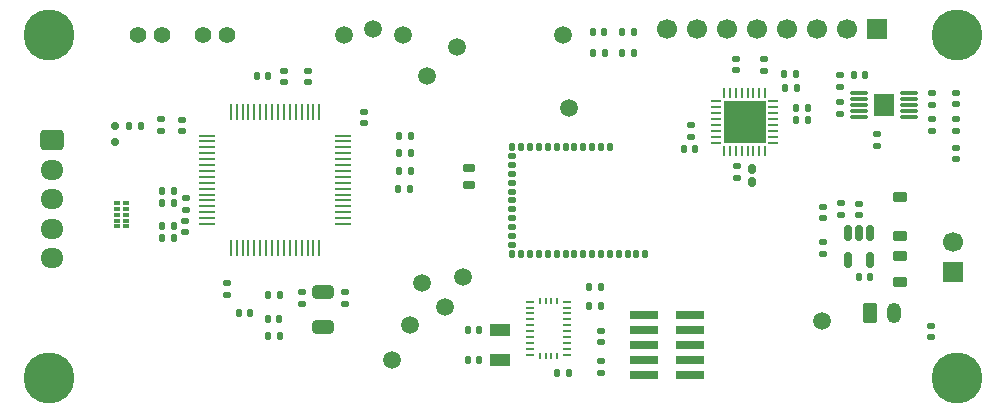
<source format=gbr>
%TF.GenerationSoftware,KiCad,Pcbnew,9.0.7*%
%TF.CreationDate,2026-02-11T00:30:03-06:00*%
%TF.ProjectId,wearable,77656172-6162-46c6-952e-6b696361645f,rev?*%
%TF.SameCoordinates,Original*%
%TF.FileFunction,Soldermask,Top*%
%TF.FilePolarity,Negative*%
%FSLAX46Y46*%
G04 Gerber Fmt 4.6, Leading zero omitted, Abs format (unit mm)*
G04 Created by KiCad (PCBNEW 9.0.7) date 2026-02-11 00:30:03*
%MOMM*%
%LPD*%
G01*
G04 APERTURE LIST*
G04 Aperture macros list*
%AMRoundRect*
0 Rectangle with rounded corners*
0 $1 Rounding radius*
0 $2 $3 $4 $5 $6 $7 $8 $9 X,Y pos of 4 corners*
0 Add a 4 corners polygon primitive as box body*
4,1,4,$2,$3,$4,$5,$6,$7,$8,$9,$2,$3,0*
0 Add four circle primitives for the rounded corners*
1,1,$1+$1,$2,$3*
1,1,$1+$1,$4,$5*
1,1,$1+$1,$6,$7*
1,1,$1+$1,$8,$9*
0 Add four rect primitives between the rounded corners*
20,1,$1+$1,$2,$3,$4,$5,0*
20,1,$1+$1,$4,$5,$6,$7,0*
20,1,$1+$1,$6,$7,$8,$9,0*
20,1,$1+$1,$8,$9,$2,$3,0*%
G04 Aperture macros list end*
%ADD10C,1.500000*%
%ADD11RoundRect,0.135000X-0.135000X-0.185000X0.135000X-0.185000X0.135000X0.185000X-0.135000X0.185000X0*%
%ADD12C,1.400000*%
%ADD13RoundRect,0.140000X0.140000X0.170000X-0.140000X0.170000X-0.140000X-0.170000X0.140000X-0.170000X0*%
%ADD14RoundRect,0.075000X-0.650000X-0.075000X0.650000X-0.075000X0.650000X0.075000X-0.650000X0.075000X0*%
%ADD15R,1.680000X1.880000*%
%ADD16RoundRect,0.135000X0.185000X-0.135000X0.185000X0.135000X-0.185000X0.135000X-0.185000X-0.135000X0*%
%ADD17RoundRect,0.140000X-0.140000X-0.170000X0.140000X-0.170000X0.140000X0.170000X-0.140000X0.170000X0*%
%ADD18C,4.318000*%
%ADD19RoundRect,0.135000X-0.185000X0.135000X-0.185000X-0.135000X0.185000X-0.135000X0.185000X0.135000X0*%
%ADD20RoundRect,0.135000X0.135000X0.185000X-0.135000X0.185000X-0.135000X-0.185000X0.135000X-0.185000X0*%
%ADD21RoundRect,0.140000X-0.170000X0.140000X-0.170000X-0.140000X0.170000X-0.140000X0.170000X0.140000X0*%
%ADD22RoundRect,0.140000X0.170000X-0.140000X0.170000X0.140000X-0.170000X0.140000X-0.170000X-0.140000X0*%
%ADD23RoundRect,0.250000X-0.650000X0.325000X-0.650000X-0.325000X0.650000X-0.325000X0.650000X0.325000X0*%
%ADD24RoundRect,0.160000X0.160000X-0.222500X0.160000X0.222500X-0.160000X0.222500X-0.160000X-0.222500X0*%
%ADD25RoundRect,0.218750X0.381250X-0.218750X0.381250X0.218750X-0.381250X0.218750X-0.381250X-0.218750X0*%
%ADD26R,1.800000X1.000000*%
%ADD27R,1.700000X1.700000*%
%ADD28C,1.700000*%
%ADD29RoundRect,0.147500X-0.147500X-0.172500X0.147500X-0.172500X0.147500X0.172500X-0.147500X0.172500X0*%
%ADD30R,0.675000X0.250000*%
%ADD31R,0.250000X0.575000*%
%ADD32RoundRect,0.150000X-0.400000X0.150000X-0.400000X-0.150000X0.400000X-0.150000X0.400000X0.150000X0*%
%ADD33RoundRect,0.150000X-0.150000X0.512500X-0.150000X-0.512500X0.150000X-0.512500X0.150000X0.512500X0*%
%ADD34RoundRect,0.075000X-0.200000X0.075000X-0.200000X-0.075000X0.200000X-0.075000X0.200000X0.075000X0*%
%ADD35RoundRect,0.100000X-0.175000X0.100000X-0.175000X-0.100000X0.175000X-0.100000X0.175000X0.100000X0*%
%ADD36RoundRect,0.225000X-0.375000X0.225000X-0.375000X-0.225000X0.375000X-0.225000X0.375000X0.225000X0*%
%ADD37RoundRect,0.150000X0.200000X-0.150000X0.200000X0.150000X-0.200000X0.150000X-0.200000X-0.150000X0*%
%ADD38RoundRect,0.250000X-0.725000X0.600000X-0.725000X-0.600000X0.725000X-0.600000X0.725000X0.600000X0*%
%ADD39O,1.950000X1.700000*%
%ADD40RoundRect,0.067500X-0.157500X0.232500X-0.157500X-0.232500X0.157500X-0.232500X0.157500X0.232500X0*%
%ADD41RoundRect,0.067500X0.232500X0.157500X-0.232500X0.157500X-0.232500X-0.157500X0.232500X-0.157500X0*%
%ADD42R,2.400000X0.740000*%
%ADD43RoundRect,0.250000X-0.350000X-0.625000X0.350000X-0.625000X0.350000X0.625000X-0.350000X0.625000X0*%
%ADD44O,1.200000X1.750000*%
%ADD45RoundRect,0.062500X0.062500X-0.337500X0.062500X0.337500X-0.062500X0.337500X-0.062500X-0.337500X0*%
%ADD46RoundRect,0.062500X0.337500X-0.062500X0.337500X0.062500X-0.337500X0.062500X-0.337500X-0.062500X0*%
%ADD47R,3.600000X3.600000*%
%ADD48R,1.346200X0.279400*%
%ADD49R,0.279400X1.346200*%
G04 APERTURE END LIST*
D10*
%TO.C,TP8*%
X142000000Y-91500000D03*
%TD*%
D11*
%TO.C,R16*%
X172200000Y-91300000D03*
X173220000Y-91300000D03*
%TD*%
D10*
%TO.C,TP14*%
X144500000Y-89000000D03*
%TD*%
D12*
%TO.C,TP2*%
X123000000Y-88000000D03*
X125000000Y-88000000D03*
%TD*%
D13*
%TO.C,C4*%
X128500000Y-91500000D03*
X127540000Y-91500000D03*
%TD*%
D14*
%TO.C,U5*%
X178500000Y-92900000D03*
X178500000Y-93400000D03*
X178500000Y-93900000D03*
X178500000Y-94400000D03*
X178500000Y-94900000D03*
X182800000Y-94900000D03*
X182800000Y-94400000D03*
X182800000Y-93900000D03*
X182800000Y-93400000D03*
X182800000Y-92900000D03*
D15*
X180650000Y-93900000D03*
%TD*%
D10*
%TO.C,TP6*%
X140500000Y-112500000D03*
%TD*%
D11*
%TO.C,R7*%
X139600000Y-96530000D03*
X140620000Y-96530000D03*
%TD*%
D16*
%TO.C,R26*%
X186750000Y-96110000D03*
X186750000Y-95090000D03*
%TD*%
D17*
%TO.C,C13*%
X128520000Y-113500000D03*
X129480000Y-113500000D03*
%TD*%
D11*
%TO.C,R9*%
X139600000Y-99500000D03*
X140620000Y-99500000D03*
%TD*%
D13*
%TO.C,C16*%
X146392500Y-113000000D03*
X145432500Y-113000000D03*
%TD*%
D18*
%TO.C,H4*%
X186850000Y-117000000D03*
%TD*%
D10*
%TO.C,TP15*%
X153500000Y-88000000D03*
%TD*%
D11*
%TO.C,R8*%
X139600000Y-98000000D03*
X140620000Y-98000000D03*
%TD*%
D19*
%TO.C,R27*%
X184750000Y-95090000D03*
X184750000Y-96110000D03*
%TD*%
D18*
%TO.C,H1*%
X110000000Y-88000000D03*
%TD*%
D20*
%TO.C,R17*%
X173270000Y-92440340D03*
X172250000Y-92440340D03*
%TD*%
%TO.C,R12*%
X156700000Y-109350000D03*
X155680000Y-109350000D03*
%TD*%
D10*
%TO.C,TP4*%
X137360000Y-87500000D03*
%TD*%
D21*
%TO.C,C49*%
X186750000Y-97520000D03*
X186750000Y-98480000D03*
%TD*%
D10*
%TO.C,TP3*%
X134900000Y-88000000D03*
%TD*%
D17*
%TO.C,C27*%
X155710000Y-110900000D03*
X156670000Y-110900000D03*
%TD*%
D21*
%TO.C,C43*%
X178500000Y-102265000D03*
X178500000Y-103225000D03*
%TD*%
D22*
%TO.C,C9*%
X129880000Y-92000000D03*
X129880000Y-91040000D03*
%TD*%
D13*
%TO.C,C44*%
X179500000Y-108500000D03*
X178540000Y-108500000D03*
%TD*%
D10*
%TO.C,TP11*%
X139000000Y-115500000D03*
%TD*%
D22*
%TO.C,C1*%
X121520000Y-102780000D03*
X121520000Y-101820000D03*
%TD*%
D21*
%TO.C,C45*%
X168200000Y-99120000D03*
X168200000Y-100080000D03*
%TD*%
D10*
%TO.C,TP5*%
X154000000Y-94200000D03*
%TD*%
D17*
%TO.C,C8*%
X128500000Y-112000000D03*
X129460000Y-112000000D03*
%TD*%
D20*
%TO.C,R3*%
X120520000Y-104200000D03*
X119500000Y-104200000D03*
%TD*%
D10*
%TO.C,TP10*%
X143500000Y-111000000D03*
%TD*%
D23*
%TO.C,C11*%
X133200000Y-109725000D03*
X133200000Y-112675000D03*
%TD*%
D20*
%TO.C,R1*%
X120520000Y-101200000D03*
X119500000Y-101200000D03*
%TD*%
D24*
%TO.C,L5*%
X169500000Y-100472500D03*
X169500000Y-99327500D03*
%TD*%
D25*
%TO.C,L7*%
X182000000Y-108860000D03*
X182000000Y-106735000D03*
%TD*%
D19*
%TO.C,R22*%
X180100000Y-96400000D03*
X180100000Y-97420000D03*
%TD*%
%TO.C,R21*%
X175500000Y-105500000D03*
X175500000Y-106520000D03*
%TD*%
D26*
%TO.C,Y2*%
X148162500Y-115500000D03*
X148162500Y-113000000D03*
%TD*%
D11*
%TO.C,R10*%
X139500000Y-101000000D03*
X140520000Y-101000000D03*
%TD*%
D19*
%TO.C,R23*%
X176920000Y-93650000D03*
X176920000Y-94670000D03*
%TD*%
D21*
%TO.C,C3*%
X121225000Y-95170000D03*
X121225000Y-96130000D03*
%TD*%
D13*
%TO.C,C17*%
X146392500Y-115500000D03*
X145432500Y-115500000D03*
%TD*%
D16*
%TO.C,R13*%
X156662500Y-116635000D03*
X156662500Y-115615000D03*
%TD*%
D22*
%TO.C,C15*%
X135000000Y-110750000D03*
X135000000Y-109790000D03*
%TD*%
D10*
%TO.C,TP9*%
X141500000Y-109000000D03*
%TD*%
D20*
%TO.C,R4*%
X120520000Y-105200000D03*
X119500000Y-105200000D03*
%TD*%
%TO.C,R15*%
X159510000Y-89500000D03*
X158490000Y-89500000D03*
%TD*%
D11*
%TO.C,R11*%
X152980000Y-116625000D03*
X154000000Y-116625000D03*
%TD*%
D27*
%TO.C,J3*%
X180100000Y-87500000D03*
D28*
X177560000Y-87500000D03*
X175020000Y-87500000D03*
X172480000Y-87500000D03*
X169940000Y-87500000D03*
X167400000Y-87500000D03*
X164860000Y-87500000D03*
X162320000Y-87500000D03*
%TD*%
D29*
%TO.C,D2*%
X158515000Y-87750000D03*
X159485000Y-87750000D03*
%TD*%
D21*
%TO.C,C41*%
X175500000Y-102520000D03*
X175500000Y-103480000D03*
%TD*%
D22*
%TO.C,C10*%
X131850000Y-92000000D03*
X131850000Y-91040000D03*
%TD*%
%TO.C,C2*%
X121500000Y-104660000D03*
X121500000Y-103700000D03*
%TD*%
D10*
%TO.C,TP12*%
X145000000Y-108500000D03*
%TD*%
D30*
%TO.C,U3*%
X150687500Y-115062500D03*
D31*
X151500000Y-115125000D03*
X152000000Y-115125000D03*
X152500000Y-115125000D03*
X153000000Y-115125000D03*
D30*
X153812500Y-115062500D03*
X153812500Y-114562500D03*
X153812500Y-114062500D03*
X153812500Y-113562500D03*
X153812500Y-113062500D03*
X153812500Y-112562500D03*
X153812500Y-112062500D03*
X153812500Y-111562500D03*
X153812500Y-111062500D03*
X153812500Y-110562500D03*
D31*
X153000000Y-110500000D03*
X152500000Y-110500000D03*
X152000000Y-110500000D03*
X151500000Y-110500000D03*
D30*
X150687500Y-110562500D03*
X150687500Y-111062500D03*
X150687500Y-111562500D03*
X150687500Y-112062500D03*
X150687500Y-112562500D03*
X150687500Y-113062500D03*
X150687500Y-113562500D03*
X150687500Y-114062500D03*
X150687500Y-114562500D03*
%TD*%
D32*
%TO.C,Y1*%
X145500000Y-99250000D03*
X145500000Y-100650000D03*
%TD*%
D20*
%TO.C,R14*%
X157000000Y-89500000D03*
X155980000Y-89500000D03*
%TD*%
D33*
%TO.C,U6*%
X179500000Y-104725000D03*
X178550000Y-104725000D03*
X177600000Y-104725000D03*
X177600000Y-107000000D03*
X179500000Y-107000000D03*
%TD*%
D34*
%TO.C,D4*%
X115700000Y-102200000D03*
X115700000Y-102700000D03*
D35*
X115700000Y-103200000D03*
D34*
X115700000Y-103700000D03*
X115700000Y-104200000D03*
X116470000Y-104200000D03*
X116470000Y-103700000D03*
D35*
X116470000Y-103200000D03*
D34*
X116470000Y-102700000D03*
X116470000Y-102200000D03*
%TD*%
D19*
%TO.C,R24*%
X177000000Y-102215000D03*
X177000000Y-103235000D03*
%TD*%
D36*
%TO.C,D3*%
X182000000Y-101700000D03*
X182000000Y-105000000D03*
%TD*%
D22*
%TO.C,C39*%
X184600000Y-113560000D03*
X184600000Y-112600000D03*
%TD*%
D37*
%TO.C,U2*%
X115525000Y-95680000D03*
X115525000Y-97080000D03*
%TD*%
D22*
%TO.C,C48*%
X186750000Y-93860000D03*
X186750000Y-92900000D03*
%TD*%
D11*
%TO.C,R18*%
X116705000Y-95680000D03*
X117725000Y-95680000D03*
%TD*%
D12*
%TO.C,TP1*%
X117500000Y-88000000D03*
X119500000Y-88000000D03*
%TD*%
D21*
%TO.C,C40*%
X176920000Y-91390000D03*
X176920000Y-92350000D03*
%TD*%
D22*
%TO.C,C14*%
X136600000Y-95480000D03*
X136600000Y-94520000D03*
%TD*%
D18*
%TO.C,H3*%
X186850000Y-88000000D03*
%TD*%
D29*
%TO.C,D1*%
X156015000Y-87750000D03*
X156985000Y-87750000D03*
%TD*%
D22*
%TO.C,C33*%
X168100000Y-90980000D03*
X168100000Y-90020000D03*
%TD*%
D38*
%TO.C,E1*%
X110200000Y-96900000D03*
D39*
X110200000Y-99400000D03*
X110200000Y-101900000D03*
X110200000Y-104400000D03*
X110200000Y-106900000D03*
%TD*%
D10*
%TO.C,TP16*%
X175400000Y-112200000D03*
%TD*%
D22*
%TO.C,C26*%
X156662500Y-113980000D03*
X156662500Y-113020000D03*
%TD*%
D17*
%TO.C,C6*%
X126020000Y-111500000D03*
X126980000Y-111500000D03*
%TD*%
%TO.C,C7*%
X128520000Y-110000000D03*
X129480000Y-110000000D03*
%TD*%
D40*
%TO.C,U7*%
X160450000Y-106497000D03*
X159700000Y-106497000D03*
X158950000Y-106497000D03*
X158200000Y-106497000D03*
X157450000Y-106497000D03*
X156700000Y-106497000D03*
X155950000Y-106497000D03*
X155200000Y-106497000D03*
X154450000Y-106497000D03*
X153700000Y-106497000D03*
X152950000Y-106497000D03*
X152200000Y-106497000D03*
X151450000Y-106497000D03*
X150700000Y-106497000D03*
X149950000Y-106497000D03*
X149200000Y-106497000D03*
D41*
X149150000Y-105750000D03*
X149150000Y-105000000D03*
X149150000Y-104250000D03*
X149150000Y-103500000D03*
X149150000Y-102750000D03*
X149150000Y-102000000D03*
X149150000Y-101250000D03*
X149150000Y-100500000D03*
X149150000Y-99750000D03*
X149150000Y-99000000D03*
X149150000Y-98250000D03*
D40*
X149200000Y-97500000D03*
X149950000Y-97500000D03*
X150700000Y-97500000D03*
X151450000Y-97500000D03*
X152200000Y-97500000D03*
X152950000Y-97500000D03*
X153700000Y-97500000D03*
X154450000Y-97500000D03*
X155200000Y-97500000D03*
X155950000Y-97500000D03*
X156700000Y-97500000D03*
X157450000Y-97500000D03*
%TD*%
D27*
%TO.C,SW1*%
X186500000Y-108040000D03*
D28*
X186500000Y-105500000D03*
%TD*%
D16*
%TO.C,R25*%
X184700000Y-93880000D03*
X184700000Y-92860000D03*
%TD*%
D10*
%TO.C,TP7*%
X139900000Y-88000000D03*
%TD*%
D42*
%TO.C,J2*%
X160350000Y-111730000D03*
X164250000Y-111730000D03*
X160350000Y-113000000D03*
X164250000Y-113000000D03*
X160350000Y-114270000D03*
X164250000Y-114270000D03*
X160350000Y-115540000D03*
X164250000Y-115540000D03*
X160350000Y-116810000D03*
X164250000Y-116810000D03*
%TD*%
D13*
%TO.C,C35*%
X164680000Y-97600000D03*
X163720000Y-97600000D03*
%TD*%
D18*
%TO.C,H2*%
X110000000Y-117000000D03*
%TD*%
D19*
%TO.C,R5*%
X119425000Y-95130000D03*
X119425000Y-96150000D03*
%TD*%
D17*
%TO.C,C42*%
X178090000Y-91400000D03*
X179050000Y-91400000D03*
%TD*%
D43*
%TO.C,BT1*%
X179500000Y-111550000D03*
D44*
X181500000Y-111550000D03*
%TD*%
D22*
%TO.C,C46*%
X170500000Y-91000000D03*
X170500000Y-90040000D03*
%TD*%
D45*
%TO.C,U4*%
X167100000Y-97800000D03*
X167600000Y-97800000D03*
X168100000Y-97800000D03*
X168600000Y-97800000D03*
X169100000Y-97800000D03*
X169600000Y-97800000D03*
X170100000Y-97800000D03*
X170600000Y-97800000D03*
D46*
X171300000Y-97100000D03*
X171300000Y-96600000D03*
X171300000Y-96100000D03*
X171300000Y-95600000D03*
X171300000Y-95100000D03*
X171300000Y-94600000D03*
X171300000Y-94100000D03*
X171300000Y-93600000D03*
D45*
X170600000Y-92900000D03*
X170100000Y-92900000D03*
X169600000Y-92900000D03*
X169100000Y-92900000D03*
X168600000Y-92900000D03*
X168100000Y-92900000D03*
X167600000Y-92900000D03*
X167100000Y-92900000D03*
D46*
X166400000Y-93600000D03*
X166400000Y-94100000D03*
X166400000Y-94600000D03*
X166400000Y-95100000D03*
X166400000Y-95600000D03*
X166400000Y-96100000D03*
X166400000Y-96600000D03*
X166400000Y-97100000D03*
D47*
X168850000Y-95350000D03*
%TD*%
D22*
%TO.C,C21*%
X164300000Y-96600000D03*
X164300000Y-95640000D03*
%TD*%
D20*
%TO.C,R2*%
X120520000Y-102200000D03*
X119500000Y-102200000D03*
%TD*%
D48*
%TO.C,U1*%
X123321500Y-96499999D03*
X123321500Y-96999998D03*
X123321500Y-97499999D03*
X123321500Y-97999998D03*
X123321500Y-98500000D03*
X123321500Y-98999999D03*
X123321500Y-99499998D03*
X123321500Y-99999999D03*
X123321500Y-100499999D03*
X123321500Y-101000000D03*
X123321500Y-101499999D03*
X123321500Y-101999998D03*
X123321500Y-102500000D03*
X123321500Y-102999999D03*
X123321500Y-103500000D03*
X123321500Y-103999999D03*
D49*
X125350000Y-106028499D03*
X125849999Y-106028499D03*
X126350000Y-106028499D03*
X126849999Y-106028499D03*
X127350001Y-106028499D03*
X127850000Y-106028499D03*
X128349999Y-106028499D03*
X128850000Y-106028499D03*
X129350000Y-106028499D03*
X129850001Y-106028499D03*
X130350000Y-106028499D03*
X130849999Y-106028499D03*
X131350001Y-106028499D03*
X131850000Y-106028499D03*
X132350001Y-106028499D03*
X132850000Y-106028499D03*
D48*
X134878500Y-103999999D03*
X134878500Y-103500000D03*
X134878500Y-102999999D03*
X134878500Y-102500000D03*
X134878500Y-101999998D03*
X134878500Y-101499999D03*
X134878500Y-101000000D03*
X134878500Y-100499999D03*
X134878500Y-99999999D03*
X134878500Y-99499998D03*
X134878500Y-98999999D03*
X134878500Y-98500000D03*
X134878500Y-97999998D03*
X134878500Y-97499999D03*
X134878500Y-96999998D03*
X134878500Y-96499999D03*
D49*
X132850000Y-94471499D03*
X132350001Y-94471499D03*
X131850000Y-94471499D03*
X131350001Y-94471499D03*
X130849999Y-94471499D03*
X130350000Y-94471499D03*
X129850001Y-94471499D03*
X129350000Y-94471499D03*
X128850000Y-94471499D03*
X128349999Y-94471499D03*
X127850000Y-94471499D03*
X127350001Y-94471499D03*
X126849999Y-94471499D03*
X126350000Y-94471499D03*
X125849999Y-94471499D03*
X125350000Y-94471499D03*
%TD*%
D21*
%TO.C,C12*%
X131350000Y-109790000D03*
X131350000Y-110750000D03*
%TD*%
D20*
%TO.C,R20*%
X174210000Y-95200000D03*
X173190000Y-95200000D03*
%TD*%
%TO.C,R19*%
X174200000Y-94135000D03*
X173180000Y-94135000D03*
%TD*%
D21*
%TO.C,C5*%
X125000000Y-109000000D03*
X125000000Y-109960000D03*
%TD*%
M02*

</source>
